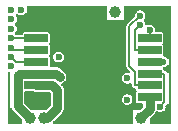
<source format=gtl>
G04 #@! TF.GenerationSoftware,KiCad,Pcbnew,7.0.9*
G04 #@! TF.CreationDate,2024-03-10T08:17:22+03:00*
G04 #@! TF.ProjectId,hellen1-motor-driver,68656c6c-656e-4312-9d6d-6f746f722d64,rev?*
G04 #@! TF.SameCoordinates,PX507d780PY4a62f80*
G04 #@! TF.FileFunction,Copper,L1,Top*
G04 #@! TF.FilePolarity,Positive*
%FSLAX46Y46*%
G04 Gerber Fmt 4.6, Leading zero omitted, Abs format (unit mm)*
G04 Created by KiCad (PCBNEW 7.0.9) date 2024-03-10 08:17:22*
%MOMM*%
%LPD*%
G01*
G04 APERTURE LIST*
G04 #@! TA.AperFunction,SMDPad,CuDef*
%ADD10R,0.200000X4.400000*%
G04 #@! TD*
G04 #@! TA.AperFunction,SMDPad,CuDef*
%ADD11R,1.200000X0.200000*%
G04 #@! TD*
G04 #@! TA.AperFunction,SMDPad,CuDef*
%ADD12R,6.800000X0.200000*%
G04 #@! TD*
G04 #@! TA.AperFunction,SMDPad,CuDef*
%ADD13R,4.000000X0.200000*%
G04 #@! TD*
G04 #@! TA.AperFunction,SMDPad,CuDef*
%ADD14R,1.800000X0.200000*%
G04 #@! TD*
G04 #@! TA.AperFunction,SMDPad,CuDef*
%ADD15R,0.200000X10.000000*%
G04 #@! TD*
G04 #@! TA.AperFunction,ComponentPad*
%ADD16C,0.600000*%
G04 #@! TD*
G04 #@! TA.AperFunction,ComponentPad*
%ADD17C,1.000000*%
G04 #@! TD*
G04 #@! TA.AperFunction,SMDPad,CuDef*
%ADD18R,4.500000X8.100000*%
G04 #@! TD*
G04 #@! TA.AperFunction,SMDPad,CuDef*
%ADD19R,2.000000X0.650000*%
G04 #@! TD*
G04 #@! TA.AperFunction,ViaPad*
%ADD20C,0.600000*%
G04 #@! TD*
G04 #@! TA.AperFunction,Conductor*
%ADD21C,0.800000*%
G04 #@! TD*
G04 #@! TA.AperFunction,Conductor*
%ADD22C,0.200000*%
G04 #@! TD*
G04 APERTURE END LIST*
D10*
G04 #@! TO.P,M821,G,GND*
G04 #@! TO.N,GND*
X100000Y2200000D03*
D11*
X600000Y100000D03*
D12*
X5000000Y9900000D03*
X7200000Y100000D03*
D13*
X11800000Y9900000D03*
D14*
X12900000Y100000D03*
D15*
X13700000Y5000000D03*
D16*
G04 #@! TO.P,M821,N1,MOSI*
G04 #@! TO.N,/MOSI*
X1100000Y9700000D03*
D17*
G04 #@! TO.P,M821,N2,12V_IN*
G04 #@! TO.N,+12V*
X9100000Y9500000D03*
G04 #@! TO.P,M821,S1,12V_IN*
X1900000Y500000D03*
G04 #@! TO.P,M821,S2,OUT-*
G04 #@! TO.N,/OUT-*
X3100000Y500000D03*
G04 #@! TO.P,M821,S3,OUT+*
G04 #@! TO.N,/OUT+*
X11300000Y500000D03*
D16*
G04 #@! TO.P,M821,W1,DIS*
G04 #@! TO.N,/DIS*
X300000Y9700000D03*
G04 #@! TO.P,M821,W2,PWM*
G04 #@! TO.N,/PWM*
X300000Y8900000D03*
G04 #@! TO.P,M821,W3,SCLK*
G04 #@! TO.N,/SCLK*
X300000Y8100000D03*
G04 #@! TO.P,M821,W4,DIR*
G04 #@! TO.N,/DIR*
X300000Y7300000D03*
G04 #@! TO.P,M821,W5,3V3_IN*
G04 #@! TO.N,+3V3*
X300000Y6500000D03*
G04 #@! TO.P,M821,W6,MISO*
G04 #@! TO.N,/MISO*
X300000Y5700000D03*
G04 #@! TO.P,M821,W7,~CS*
G04 #@! TO.N,/~CS*
X300000Y4900000D03*
G04 #@! TD*
D18*
G04 #@! TO.P,U821,13,GND*
G04 #@! TO.N,GND*
X7200008Y4800000D03*
D19*
G04 #@! TO.P,U821,12,PWM*
G04 #@! TO.N,/PWM*
X12000008Y7300000D03*
G04 #@! TO.P,U821,11,DIS*
G04 #@! TO.N,/DIS*
X12000008Y6300000D03*
G04 #@! TO.P,U821,10,SCK*
G04 #@! TO.N,/SCLK*
X12000008Y5300000D03*
G04 #@! TO.P,U821,9,CSN*
G04 #@! TO.N,/~CS*
X12000008Y4300000D03*
G04 #@! TO.P,U821,8,SI*
G04 #@! TO.N,/MOSI*
X12000008Y3300000D03*
G04 #@! TO.P,U821,7,OUT2*
G04 #@! TO.N,/OUT+*
X12000008Y2300000D03*
G04 #@! TO.P,U821,6,GND*
G04 #@! TO.N,GND*
X2400008Y2300000D03*
G04 #@! TO.P,U821,5,OUT1*
G04 #@! TO.N,/OUT-*
X2400008Y3300000D03*
G04 #@! TO.P,U821,4,VS*
G04 #@! TO.N,+12V*
X2400008Y4300000D03*
G04 #@! TO.P,U821,3,SO*
G04 #@! TO.N,/MISO*
X2400008Y5300000D03*
G04 #@! TO.P,U821,2,VSO*
G04 #@! TO.N,+3V3*
X2400008Y6300000D03*
G04 #@! TO.P,U821,1,DIR*
G04 #@! TO.N,/DIR*
X2400008Y7300000D03*
G04 #@! TD*
D20*
G04 #@! TO.N,GND*
X5300000Y9400000D03*
X5400000Y7500000D03*
X5400000Y2100000D03*
X9000000Y5700000D03*
X9100000Y500000D03*
X5300000Y500000D03*
X3300000Y9450000D03*
X12800000Y9400000D03*
X13300000Y8100000D03*
X13200000Y600000D03*
G04 #@! TO.N,+12V*
X10100000Y3900000D03*
X10100000Y2100000D03*
X4300008Y5700000D03*
G04 #@! TO.N,/MOSI*
X11200000Y9200000D03*
G04 #@! TO.N,GND*
X7200000Y9450000D03*
X7200000Y7500000D03*
X7200000Y5700000D03*
X7200000Y3900000D03*
X7200000Y2100000D03*
X600002Y600000D03*
X3343535Y1743535D03*
G04 #@! TO.N,/~CS*
X12900008Y1500000D03*
G04 #@! TO.N,/PWM*
X12000008Y8000010D03*
G04 #@! TO.N,/DIS*
X11193618Y8415799D03*
G04 #@! TO.N,/SCLK*
X13150498Y5300000D03*
G04 #@! TO.N,+12V*
X1000008Y4300000D03*
X4396524Y4013526D03*
G04 #@! TD*
D21*
G04 #@! TO.N,/OUT-*
X3302082Y500000D02*
X3100000Y500000D01*
X4193504Y1391422D02*
X3302082Y500000D01*
X4193504Y2873044D02*
X4193504Y1391422D01*
X3766548Y3300000D02*
X4193504Y2873044D01*
X2400008Y3300000D02*
X3766548Y3300000D01*
D22*
G04 #@! TO.N,/SCLK*
X13150498Y5300000D02*
X12000008Y5300000D01*
G04 #@! TO.N,/MOSI*
X10300000Y8300000D02*
X11200000Y9200000D01*
X10300000Y4900000D02*
X10300000Y8300000D01*
X10750008Y3350000D02*
X10750008Y4449992D01*
X10750008Y4449992D02*
X10300000Y4900000D01*
X10800008Y3300000D02*
X10750008Y3350000D01*
X12000008Y3300000D02*
X10800008Y3300000D01*
G04 #@! TO.N,/DIS*
X10750008Y6350000D02*
X10750008Y7972189D01*
X10800008Y6300000D02*
X10750008Y6350000D01*
X12000008Y6300000D02*
X10800008Y6300000D01*
X10750008Y7972189D02*
X11193618Y8415799D01*
D21*
G04 #@! TO.N,+12V*
X850008Y4150000D02*
X850008Y1552076D01*
X1000008Y4300000D02*
X850008Y4150000D01*
X850008Y1552076D02*
X1900000Y502084D01*
X1900000Y502084D02*
X1900000Y500000D01*
G04 #@! TO.N,/OUT+*
X12000008Y1300008D02*
X11200000Y500000D01*
X12000008Y2300000D02*
X12000008Y1300008D01*
D22*
G04 #@! TO.N,/DIR*
X2400008Y7300000D02*
X300008Y7300000D01*
G04 #@! TO.N,+3V3*
X500008Y6300000D02*
X300000Y6500008D01*
X2400008Y6300000D02*
X500008Y6300000D01*
G04 #@! TO.N,/MISO*
X300008Y5700000D02*
X700008Y5300000D01*
X700008Y5300000D02*
X2400008Y5300000D01*
G04 #@! TO.N,/PWM*
X12000008Y7300000D02*
X12000008Y8000010D01*
G04 #@! TO.N,/~CS*
X13200008Y4300000D02*
X13250008Y4250000D01*
X13250008Y4250000D02*
X13250008Y1850000D01*
X12000008Y4300000D02*
X13200008Y4300000D01*
X13250008Y1850000D02*
X12900008Y1500000D01*
D21*
G04 #@! TO.N,+12V*
X4110050Y4300000D02*
X4396524Y4013526D01*
X2400008Y4300000D02*
X4110050Y4300000D01*
X2400008Y4300000D02*
X1000008Y4300000D01*
G04 #@! TD*
G04 #@! TA.AperFunction,Conductor*
G04 #@! TO.N,GND*
G36*
X305203Y1382924D02*
G01*
X332088Y1349981D01*
X333074Y1348227D01*
X333075Y1348224D01*
X351329Y1315759D01*
X354771Y1309637D01*
X357590Y1303961D01*
X368995Y1277706D01*
X375229Y1263354D01*
X386549Y1249440D01*
X398447Y1231959D01*
X407242Y1216316D01*
X407244Y1216315D01*
X438540Y1185019D01*
X442791Y1180310D01*
X470730Y1145968D01*
X485389Y1135621D01*
X501560Y1121999D01*
X1163681Y459878D01*
X1197166Y398555D01*
X1200000Y372197D01*
X1200000Y224000D01*
X1180315Y156961D01*
X1127511Y111206D01*
X1076000Y100000D01*
X224000Y100000D01*
X156961Y119685D01*
X111206Y172489D01*
X100000Y224000D01*
X100000Y1289211D01*
X119685Y1356250D01*
X172489Y1402005D01*
X241647Y1411949D01*
X305203Y1382924D01*
G37*
G04 #@! TD.AperFunction*
G04 #@! TA.AperFunction,Conductor*
G36*
X8343039Y9880315D02*
G01*
X8388794Y9827511D01*
X8400000Y9776000D01*
X8400000Y8800000D01*
X9800000Y8800000D01*
X9800000Y9776000D01*
X9819685Y9843039D01*
X9872489Y9888794D01*
X9924000Y9900000D01*
X13576000Y9900000D01*
X13643039Y9880315D01*
X13688794Y9827511D01*
X13700000Y9776000D01*
X13700000Y5686232D01*
X13680315Y5619193D01*
X13627511Y5573438D01*
X13558353Y5563494D01*
X13494797Y5592519D01*
X13482287Y5605030D01*
X13448549Y5643965D01*
X13448548Y5643966D01*
X13448547Y5643967D01*
X13339567Y5714004D01*
X13339566Y5714005D01*
X13339562Y5714007D01*
X13220978Y5748825D01*
X13162199Y5786599D01*
X13133174Y5850154D01*
X13139961Y5904187D01*
X13139393Y5904300D01*
X13140975Y5912257D01*
X13141353Y5915260D01*
X13141772Y5916274D01*
X13141775Y5916278D01*
X13148422Y5949691D01*
X13150508Y5960178D01*
X13150508Y6639823D01*
X13141776Y6683718D01*
X13141776Y6683719D01*
X13141775Y6683721D01*
X13141775Y6683722D01*
X13110109Y6731114D01*
X13089233Y6797786D01*
X13107717Y6865166D01*
X13110062Y6868817D01*
X13141775Y6916278D01*
X13150508Y6960180D01*
X13150508Y7639820D01*
X13150508Y7639823D01*
X13141776Y7683718D01*
X13141775Y7683719D01*
X13141775Y7683722D01*
X13108512Y7733504D01*
X13108511Y7733505D01*
X13058732Y7766766D01*
X13058725Y7766769D01*
X13014830Y7775500D01*
X13014828Y7775500D01*
X12565965Y7775500D01*
X12498926Y7795185D01*
X12453171Y7847989D01*
X12443227Y7917147D01*
X12450150Y7965299D01*
X12455141Y8000010D01*
X12436705Y8128236D01*
X12382890Y8246073D01*
X12298057Y8343977D01*
X12189077Y8414014D01*
X12189073Y8414016D01*
X12189072Y8414016D01*
X12064782Y8450510D01*
X12064780Y8450510D01*
X11935236Y8450510D01*
X11935234Y8450510D01*
X11810939Y8414015D01*
X11809659Y8413430D01*
X11808265Y8413230D01*
X11802429Y8411516D01*
X11802182Y8412356D01*
X11740500Y8403487D01*
X11676945Y8432513D01*
X11639171Y8491292D01*
X11635411Y8508580D01*
X11630315Y8544024D01*
X11623803Y8558285D01*
X11576500Y8661862D01*
X11576498Y8661864D01*
X11576497Y8661867D01*
X11523512Y8723015D01*
X11494487Y8786571D01*
X11504431Y8855729D01*
X11523512Y8885419D01*
X11582879Y8953933D01*
X11582879Y8953935D01*
X11582882Y8953937D01*
X11636697Y9071774D01*
X11655133Y9200000D01*
X11636697Y9328226D01*
X11582882Y9446063D01*
X11498049Y9543967D01*
X11389069Y9614004D01*
X11389065Y9614006D01*
X11389064Y9614006D01*
X11264774Y9650500D01*
X11264772Y9650500D01*
X11135228Y9650500D01*
X11135226Y9650500D01*
X11010935Y9614006D01*
X11010932Y9614005D01*
X11010931Y9614004D01*
X10959677Y9581066D01*
X10901950Y9543967D01*
X10817118Y9446063D01*
X10817117Y9446062D01*
X10763302Y9328226D01*
X10744867Y9199999D01*
X10744867Y9199998D01*
X10748713Y9173243D01*
X10738768Y9104085D01*
X10713656Y9067918D01*
X10148955Y8503217D01*
X10130169Y8487799D01*
X10119403Y8480606D01*
X10119397Y8480600D01*
X10083942Y8427537D01*
X10064034Y8397742D01*
X10064032Y8397736D01*
X10044592Y8300003D01*
X10044592Y8300001D01*
X10047117Y8287308D01*
X10049500Y8263115D01*
X10049500Y4936889D01*
X10047118Y4912700D01*
X10044592Y4900000D01*
X10044592Y4899998D01*
X10064032Y4802262D01*
X10064033Y4802260D01*
X10064034Y4802259D01*
X10081914Y4775500D01*
X10119399Y4719399D01*
X10130168Y4712204D01*
X10148957Y4696783D01*
X10289077Y4556663D01*
X10322562Y4495340D01*
X10317578Y4425648D01*
X10275706Y4369715D01*
X10210242Y4345298D01*
X10173552Y4349242D01*
X10173552Y4349238D01*
X10173450Y4349253D01*
X10166469Y4350003D01*
X10164778Y4350500D01*
X10164772Y4350500D01*
X10035228Y4350500D01*
X10035226Y4350500D01*
X9910935Y4314006D01*
X9910932Y4314005D01*
X9910931Y4314004D01*
X9860453Y4281564D01*
X9801950Y4243967D01*
X9717118Y4146063D01*
X9717117Y4146062D01*
X9663302Y4028226D01*
X9644867Y3900000D01*
X9663302Y3771775D01*
X9700492Y3690343D01*
X9717118Y3653937D01*
X9801951Y3556033D01*
X9910931Y3485996D01*
X10005683Y3458175D01*
X10035225Y3449501D01*
X10035227Y3449500D01*
X10035228Y3449500D01*
X10164773Y3449500D01*
X10164773Y3449501D01*
X10243572Y3472638D01*
X10289063Y3485994D01*
X10289063Y3485995D01*
X10289069Y3485996D01*
X10308471Y3498466D01*
X10375506Y3518149D01*
X10442546Y3498465D01*
X10488302Y3445662D01*
X10499508Y3394149D01*
X10499508Y3386889D01*
X10497126Y3362700D01*
X10494600Y3350000D01*
X10514042Y3252260D01*
X10514042Y3252259D01*
X10520114Y3243172D01*
X10569406Y3169399D01*
X10578871Y3163075D01*
X10613081Y3128866D01*
X10619405Y3119401D01*
X10619406Y3119401D01*
X10619407Y3119399D01*
X10640324Y3105423D01*
X10640325Y3105422D01*
X10702268Y3064034D01*
X10752805Y3053981D01*
X10814714Y3021597D01*
X10849288Y2960881D01*
X10850228Y2956557D01*
X10858239Y2916283D01*
X10858240Y2916280D01*
X10858240Y2916279D01*
X10858241Y2916278D01*
X10889905Y2868889D01*
X10910782Y2802213D01*
X10892297Y2734833D01*
X10889920Y2731134D01*
X10877925Y2713181D01*
X10858240Y2683721D01*
X10858239Y2683718D01*
X10849508Y2639823D01*
X10849508Y2639820D01*
X10849508Y1960180D01*
X10849508Y1960178D01*
X10849507Y1960178D01*
X10858239Y1916283D01*
X10858240Y1916279D01*
X10858241Y1916278D01*
X10891504Y1866496D01*
X10941286Y1833233D01*
X10941289Y1833233D01*
X10941290Y1833232D01*
X10985185Y1824500D01*
X10985188Y1824500D01*
X11325508Y1824500D01*
X11392547Y1804815D01*
X11438302Y1752011D01*
X11449508Y1700500D01*
X11449508Y1579395D01*
X11429823Y1512356D01*
X11413189Y1491714D01*
X11157794Y1236319D01*
X11096471Y1202834D01*
X11070113Y1200000D01*
X10600000Y1200000D01*
X10600000Y224000D01*
X10580315Y156961D01*
X10527511Y111206D01*
X10476000Y100000D01*
X3979968Y100000D01*
X3912929Y119685D01*
X3867174Y172489D01*
X3857230Y241647D01*
X3886255Y305203D01*
X3892287Y311681D01*
X4576107Y995502D01*
X4624548Y1040742D01*
X4647545Y1078561D01*
X4651117Y1083811D01*
X4677865Y1119080D01*
X4684449Y1135779D01*
X4693848Y1154703D01*
X4703176Y1170040D01*
X4715123Y1212683D01*
X4717136Y1218669D01*
X4733380Y1259858D01*
X4733740Y1263354D01*
X4735215Y1277706D01*
X4739162Y1298478D01*
X4744004Y1315757D01*
X4744004Y1360017D01*
X4744329Y1366362D01*
X4748856Y1410394D01*
X4745807Y1428079D01*
X4744004Y1449147D01*
X4744004Y2100000D01*
X9644867Y2100000D01*
X9663302Y1971775D01*
X9688645Y1916283D01*
X9717118Y1853937D01*
X9801951Y1756033D01*
X9910931Y1685996D01*
X10015056Y1655423D01*
X10035225Y1649501D01*
X10035227Y1649500D01*
X10035228Y1649500D01*
X10164773Y1649500D01*
X10164773Y1649501D01*
X10289069Y1685996D01*
X10398049Y1756033D01*
X10482882Y1853937D01*
X10536697Y1971774D01*
X10555133Y2100000D01*
X10536697Y2228226D01*
X10482882Y2346063D01*
X10398049Y2443967D01*
X10289069Y2514004D01*
X10289065Y2514006D01*
X10289064Y2514006D01*
X10164774Y2550500D01*
X10164772Y2550500D01*
X10035228Y2550500D01*
X10035226Y2550500D01*
X9910935Y2514006D01*
X9910932Y2514005D01*
X9910931Y2514004D01*
X9859677Y2481066D01*
X9801950Y2443967D01*
X9717118Y2346063D01*
X9717117Y2346062D01*
X9663302Y2228226D01*
X9644867Y2100000D01*
X4744004Y2100000D01*
X4744004Y2863647D01*
X4744183Y2868890D01*
X4746266Y2929870D01*
X4739762Y2956557D01*
X4735787Y2972870D01*
X4734600Y2979113D01*
X4728574Y3022962D01*
X4728574Y3022964D01*
X4721425Y3039422D01*
X4714684Y3059466D01*
X4710437Y3076896D01*
X4688742Y3115480D01*
X4685918Y3121166D01*
X4682573Y3128866D01*
X4668284Y3161764D01*
X4668284Y3161765D01*
X4656962Y3175681D01*
X4645061Y3193168D01*
X4636272Y3208800D01*
X4636271Y3208801D01*
X4636270Y3208803D01*
X4604960Y3240113D01*
X4600714Y3244819D01*
X4593316Y3253912D01*
X4572782Y3279152D01*
X4569382Y3281552D01*
X4567014Y3284538D01*
X4566587Y3284937D01*
X4566646Y3285002D01*
X4525969Y3336294D01*
X4519042Y3405819D01*
X4550802Y3468053D01*
X4587634Y3494830D01*
X4701285Y3548879D01*
X4815344Y3648334D01*
X4898341Y3774873D01*
X4944120Y3919111D01*
X4949286Y4070352D01*
X4949285Y4070357D01*
X4913457Y4217379D01*
X4839288Y4349287D01*
X4839286Y4349289D01*
X4672622Y4515953D01*
X4505958Y4682617D01*
X4460730Y4731044D01*
X4456685Y4733504D01*
X4422911Y4754043D01*
X4417660Y4757617D01*
X4382391Y4784362D01*
X4382392Y4784362D01*
X4365692Y4790948D01*
X4346766Y4800348D01*
X4331430Y4809673D01*
X4288808Y4821616D01*
X4282790Y4823640D01*
X4241615Y4839876D01*
X4241606Y4839878D01*
X4223766Y4841712D01*
X4203001Y4845658D01*
X4185719Y4850500D01*
X4185715Y4850500D01*
X4141456Y4850500D01*
X4135114Y4850825D01*
X4107477Y4853667D01*
X4091079Y4855352D01*
X4091074Y4855352D01*
X4073394Y4852303D01*
X4052326Y4850500D01*
X3674508Y4850500D01*
X3607469Y4870185D01*
X3561714Y4922989D01*
X3550508Y4974500D01*
X3550508Y5639823D01*
X3541776Y5683718D01*
X3541776Y5683719D01*
X3541775Y5683721D01*
X3541775Y5683722D01*
X3530898Y5700000D01*
X3844875Y5700000D01*
X3863310Y5571775D01*
X3875053Y5546063D01*
X3917126Y5453937D01*
X4001959Y5356033D01*
X4110939Y5285996D01*
X4235233Y5249501D01*
X4235235Y5249500D01*
X4235236Y5249500D01*
X4364781Y5249500D01*
X4364781Y5249501D01*
X4489077Y5285996D01*
X4598057Y5356033D01*
X4682890Y5453937D01*
X4736705Y5571774D01*
X4755141Y5700000D01*
X4736705Y5828226D01*
X4682890Y5946063D01*
X4598057Y6043967D01*
X4489077Y6114004D01*
X4489073Y6114006D01*
X4489072Y6114006D01*
X4364782Y6150500D01*
X4364780Y6150500D01*
X4235236Y6150500D01*
X4235234Y6150500D01*
X4110943Y6114006D01*
X4110940Y6114005D01*
X4110939Y6114004D01*
X4059685Y6081066D01*
X4001958Y6043967D01*
X3917126Y5946063D01*
X3917125Y5946062D01*
X3863310Y5828226D01*
X3844875Y5700000D01*
X3530898Y5700000D01*
X3510109Y5731114D01*
X3489233Y5797786D01*
X3507717Y5865166D01*
X3510062Y5868817D01*
X3541775Y5916278D01*
X3548422Y5949691D01*
X3550508Y5960178D01*
X3550508Y6639823D01*
X3541776Y6683718D01*
X3541776Y6683719D01*
X3541775Y6683721D01*
X3541775Y6683722D01*
X3510109Y6731114D01*
X3489233Y6797786D01*
X3507717Y6865166D01*
X3510062Y6868817D01*
X3541775Y6916278D01*
X3550508Y6960180D01*
X3550508Y7639820D01*
X3550508Y7639823D01*
X3541776Y7683718D01*
X3541775Y7683719D01*
X3541775Y7683722D01*
X3508512Y7733504D01*
X3508511Y7733505D01*
X3458732Y7766766D01*
X3458725Y7766769D01*
X3414830Y7775500D01*
X3414828Y7775500D01*
X1385188Y7775500D01*
X1385186Y7775500D01*
X1341290Y7766769D01*
X1341283Y7766766D01*
X1291504Y7733505D01*
X1291503Y7733504D01*
X1258242Y7683725D01*
X1258239Y7683718D01*
X1251594Y7650309D01*
X1219209Y7588398D01*
X1158494Y7553824D01*
X1129977Y7550500D01*
X735666Y7550500D01*
X668627Y7570185D01*
X641951Y7593300D01*
X630282Y7606768D01*
X601261Y7670326D01*
X600000Y7687965D01*
X600000Y7712037D01*
X619685Y7779076D01*
X630278Y7793229D01*
X682882Y7853937D01*
X736697Y7971774D01*
X755133Y8100000D01*
X736697Y8228226D01*
X682882Y8346063D01*
X682880Y8346065D01*
X682879Y8346068D01*
X630286Y8406765D01*
X601262Y8470321D01*
X600000Y8487966D01*
X600000Y8512037D01*
X619685Y8579076D01*
X630278Y8593229D01*
X682882Y8653937D01*
X736697Y8771774D01*
X755133Y8900000D01*
X736697Y9028226D01*
X682882Y9146063D01*
X682879Y9146066D01*
X678087Y9153524D01*
X680830Y9155287D01*
X658425Y9204345D01*
X668368Y9273504D01*
X714122Y9326309D01*
X781161Y9345994D01*
X848201Y9326310D01*
X910931Y9285996D01*
X953476Y9273504D01*
X1035225Y9249501D01*
X1035227Y9249500D01*
X1035228Y9249500D01*
X1164773Y9249500D01*
X1164773Y9249501D01*
X1289069Y9285996D01*
X1398049Y9356033D01*
X1399062Y9357202D01*
X1400366Y9358041D01*
X1404754Y9361842D01*
X1405300Y9361212D01*
X1457840Y9394977D01*
X1492776Y9400000D01*
X1600000Y9400000D01*
X1600000Y9776000D01*
X1619685Y9843039D01*
X1672489Y9888794D01*
X1724000Y9900000D01*
X8276000Y9900000D01*
X8343039Y9880315D01*
G37*
G04 #@! TD.AperFunction*
G04 #@! TA.AperFunction,Conductor*
G36*
X13658862Y1756048D02*
G01*
X13695581Y1696606D01*
X13700000Y1663799D01*
X13700000Y224000D01*
X13680315Y156961D01*
X13627511Y111206D01*
X13576000Y100000D01*
X12124000Y100000D01*
X12056961Y119685D01*
X12011206Y172489D01*
X12000000Y224000D01*
X12000000Y470114D01*
X12019685Y537153D01*
X12036319Y557795D01*
X12382611Y904088D01*
X12431052Y949328D01*
X12454049Y987147D01*
X12457621Y992397D01*
X12484369Y1027666D01*
X12490953Y1044365D01*
X12500355Y1063294D01*
X12503410Y1068317D01*
X12555063Y1115365D01*
X12623953Y1127020D01*
X12676390Y1108199D01*
X12710939Y1085996D01*
X12819127Y1054230D01*
X12835233Y1049501D01*
X12835235Y1049500D01*
X12835236Y1049500D01*
X12964781Y1049500D01*
X12964781Y1049501D01*
X13089077Y1085996D01*
X13198057Y1156033D01*
X13282890Y1253937D01*
X13336705Y1371774D01*
X13355141Y1500000D01*
X13351294Y1526755D01*
X13361237Y1595913D01*
X13386351Y1632083D01*
X13401056Y1646788D01*
X13419843Y1662207D01*
X13430609Y1669399D01*
X13472897Y1732690D01*
X13526509Y1777494D01*
X13595834Y1786203D01*
X13658862Y1756048D01*
G37*
G04 #@! TD.AperFunction*
G04 #@! TA.AperFunction,Conductor*
G36*
X2152118Y2806448D02*
G01*
X2178626Y2790328D01*
X2324343Y2749500D01*
X3487161Y2749500D01*
X3554200Y2729815D01*
X3574842Y2713181D01*
X3606685Y2681338D01*
X3640170Y2620015D01*
X3643004Y2593657D01*
X3643004Y1670809D01*
X3623319Y1603770D01*
X3606685Y1583128D01*
X3259876Y1236319D01*
X3198553Y1202834D01*
X3172195Y1200000D01*
X2031971Y1200000D01*
X1964932Y1219685D01*
X1944290Y1236319D01*
X1436827Y1743782D01*
X1403342Y1805105D01*
X1400508Y1831463D01*
X1400508Y2700500D01*
X1420193Y2767539D01*
X1472997Y2813294D01*
X1524508Y2824500D01*
X2087689Y2824500D01*
X2152118Y2806448D01*
G37*
G04 #@! TD.AperFunction*
G04 #@! TA.AperFunction,Conductor*
G36*
X13669712Y4994973D02*
G01*
X13698738Y4931418D01*
X13700000Y4913769D01*
X13700000Y4436201D01*
X13680315Y4369162D01*
X13627511Y4323407D01*
X13558353Y4313463D01*
X13494797Y4342488D01*
X13472897Y4367311D01*
X13471660Y4369162D01*
X13444586Y4409683D01*
X13441202Y4414748D01*
X13430608Y4430602D01*
X13421143Y4436926D01*
X13386933Y4471136D01*
X13380609Y4480601D01*
X13380607Y4480602D01*
X13380607Y4480603D01*
X13354165Y4498271D01*
X13327544Y4516058D01*
X13297749Y4535966D01*
X13297748Y4535967D01*
X13297747Y4535967D01*
X13247212Y4546019D01*
X13185301Y4578404D01*
X13150727Y4639120D01*
X13149794Y4643408D01*
X13141775Y4683722D01*
X13141774Y4683723D01*
X13141774Y4683725D01*
X13141352Y4684744D01*
X13141093Y4687148D01*
X13139392Y4695702D01*
X13140157Y4695855D01*
X13133882Y4754213D01*
X13165155Y4816693D01*
X13220976Y4851176D01*
X13339567Y4885996D01*
X13448547Y4956033D01*
X13448549Y4956035D01*
X13482286Y4994970D01*
X13541063Y5032746D01*
X13610933Y5032747D01*
X13669712Y4994973D01*
G37*
G04 #@! TD.AperFunction*
G04 #@! TD*
M02*

</source>
